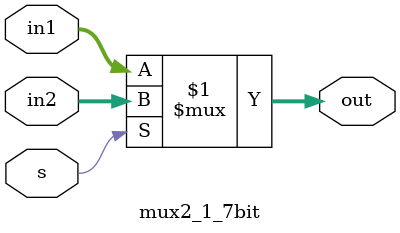
<source format=sv>
`timescale 1ns/1ns

module mux2_1_7bit(
  input[6:0] in1,
  input[6:0] in2,
  input s,//select line
  output[6:0] out
);
  assign out=s?in2:in1;
  //s=0,out=in1
  //s=1,out=in2
endmodule
</source>
